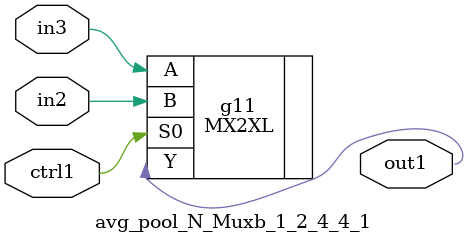
<source format=v>
`timescale 1ps / 1ps


module avg_pool_N_Muxb_1_2_4_4_1(in3, in2, ctrl1, out1);
  input in3, in2, ctrl1;
  output out1;
  wire in3, in2, ctrl1;
  wire out1;
  MX2XL g11(.A (in3), .B (in2), .S0 (ctrl1), .Y (out1));
endmodule



</source>
